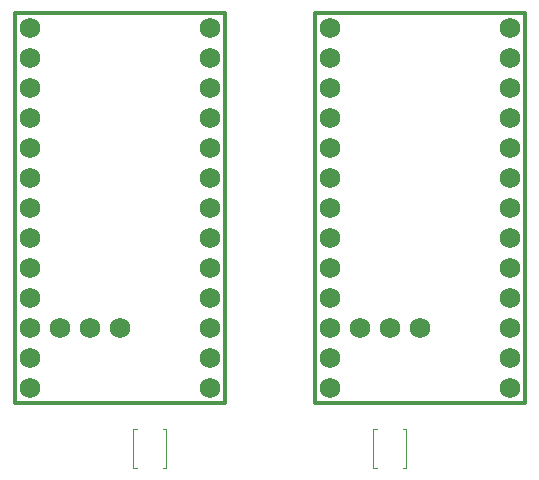
<source format=gbr>
%TF.GenerationSoftware,KiCad,Pcbnew,9.0.0*%
%TF.CreationDate,2025-11-03T18:10:33-06:00*%
%TF.ProjectId,Mau Keys,4d617520-4b65-4797-932e-6b696361645f,rev?*%
%TF.SameCoordinates,Original*%
%TF.FileFunction,Legend,Top*%
%TF.FilePolarity,Positive*%
%FSLAX46Y46*%
G04 Gerber Fmt 4.6, Leading zero omitted, Abs format (unit mm)*
G04 Created by KiCad (PCBNEW 9.0.0) date 2025-11-03 18:10:33*
%MOMM*%
%LPD*%
G01*
G04 APERTURE LIST*
%ADD10C,0.300000*%
%ADD11C,0.120000*%
%ADD12C,1.752600*%
G04 APERTURE END LIST*
%TO.C,NNV2*%
D10*
X130810000Y-64770000D02*
X148590000Y-64770000D01*
X148590000Y-97790000D01*
X130810000Y-97790000D01*
X130810000Y-64770000D01*
%TO.C,NNV2_R1*%
X156210000Y-64770000D02*
X173990000Y-64770000D01*
X173990000Y-97790000D01*
X156210000Y-97790000D01*
X156210000Y-64770000D01*
D11*
%TO.C,RSW2*%
X161160000Y-103250000D02*
X161160000Y-99950000D01*
X161460000Y-103250000D02*
X161160000Y-103250000D01*
X163660000Y-103250000D02*
X163960000Y-103250000D01*
X163960000Y-103250000D02*
X163960000Y-99950000D01*
X161160000Y-99950000D02*
X161460000Y-99950000D01*
X163960000Y-99950000D02*
X163660000Y-99950000D01*
%TO.C,RSW1*%
X140840000Y-103250000D02*
X140840000Y-99950000D01*
X141140000Y-103250000D02*
X140840000Y-103250000D01*
X143340000Y-103250000D02*
X143640000Y-103250000D01*
X143640000Y-103250000D02*
X143640000Y-99950000D01*
X140840000Y-99950000D02*
X141140000Y-99950000D01*
X143640000Y-99950000D02*
X143340000Y-99950000D01*
%TD*%
D12*
%TO.C,NNV2*%
X132080000Y-66040000D03*
X132080000Y-68580000D03*
X132080000Y-71120000D03*
X132080000Y-73660000D03*
X132080000Y-76200000D03*
X132080000Y-78740000D03*
X132080000Y-81280000D03*
X132080000Y-83820000D03*
X132080000Y-86360000D03*
X132080000Y-88900000D03*
X132080000Y-91440000D03*
X132080000Y-93980000D03*
X132080000Y-96520000D03*
X147320000Y-66040000D03*
X147320000Y-68580000D03*
X147320000Y-71120000D03*
X147320000Y-73660000D03*
X147320000Y-76200000D03*
X147320000Y-78740000D03*
X147320000Y-81280000D03*
X147320000Y-83820000D03*
X147320000Y-86360000D03*
X147320000Y-88900000D03*
X147320000Y-91440000D03*
X147320000Y-93980000D03*
X147320000Y-96520000D03*
X134620000Y-91440000D03*
X137160000Y-91440000D03*
X139700000Y-91440000D03*
%TD*%
%TO.C,NNV2_R1*%
X157480000Y-66040000D03*
X157480000Y-68580000D03*
X157480000Y-71120000D03*
X157480000Y-73660000D03*
X157480000Y-76200000D03*
X157480000Y-78740000D03*
X157480000Y-81280000D03*
X157480000Y-83820000D03*
X157480000Y-86360000D03*
X157480000Y-88900000D03*
X157480000Y-91440000D03*
X157480000Y-93980000D03*
X157480000Y-96520000D03*
X172720000Y-66040000D03*
X172720000Y-68580000D03*
X172720000Y-71120000D03*
X172720000Y-73660000D03*
X172720000Y-76200000D03*
X172720000Y-78740000D03*
X172720000Y-81280000D03*
X172720000Y-83820000D03*
X172720000Y-86360000D03*
X172720000Y-88900000D03*
X172720000Y-91440000D03*
X172720000Y-93980000D03*
X172720000Y-96520000D03*
X160020000Y-91440000D03*
X162560000Y-91440000D03*
X165100000Y-91440000D03*
%TD*%
M02*

</source>
